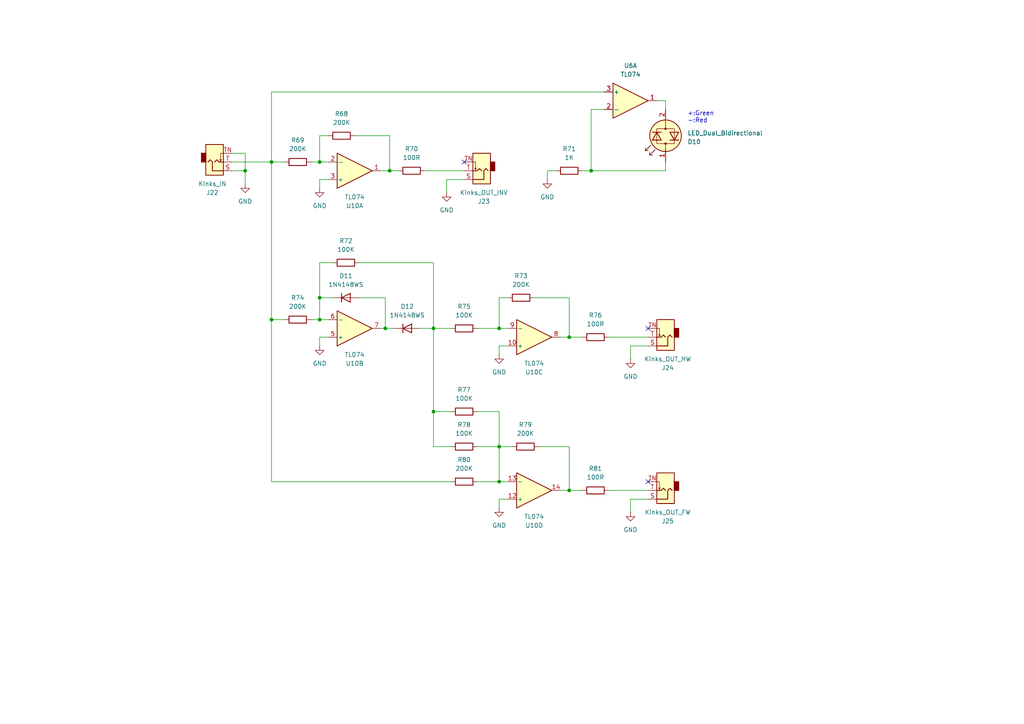
<source format=kicad_sch>
(kicad_sch (version 20250114) (generator "eeschema") (generator_version "9.0")
  (paper "A4")
  (title_block (title "HW/FW rectifiers") (date "2025-03-23") (rev "1.0") (company "StudioKAT"))
  (lib_symbols
    (symbol "Amplifier_Operational:TL074" (pin_names (offset 0.127))
      (property "Reference" "U" (at 0 5.08 0))
      (property "Value" "TL074" (at 0 -5.08 0))
      (symbol "TL074_1_1"
        (polyline (pts (xy -5.08 5.08) (xy 5.08 0) (xy -5.08 -5.08) (xy -5.08 5.08)) (stroke (width 0.254)) (fill (type background)))
        (pin input line (at -7.62 2.54 0) (length 2.54) (name "+") (number "3"))
        (pin input line (at -7.62 -2.54 0) (length 2.54) (name "-") (number "2"))
        (pin output line (at 7.62 0 180) (length 2.54) (name "~") (number "1"))
      )
      (symbol "TL074_2_1"
        (polyline (pts (xy -5.08 5.08) (xy 5.08 0) (xy -5.08 -5.08) (xy -5.08 5.08)) (stroke (width 0.254)) (fill (type background)))
        (pin input line (at -7.62 2.54 0) (length 2.54) (name "+") (number "5"))
        (pin input line (at -7.62 -2.54 0) (length 2.54) (name "-") (number "6"))
        (pin output line (at 7.62 0 180) (length 2.54) (name "~") (number "7"))
      )
      (symbol "TL074_3_1"
        (polyline (pts (xy -5.08 5.08) (xy 5.08 0) (xy -5.08 -5.08) (xy -5.08 5.08)) (stroke (width 0.254)) (fill (type background)))
        (pin input line (at -7.62 2.54 0) (length 2.54) (name "+") (number "10"))
        (pin input line (at -7.62 -2.54 0) (length 2.54) (name "-") (number "9"))
        (pin output line (at 7.62 0 180) (length 2.54) (name "~") (number "8"))
      )
      (symbol "TL074_4_1"
        (polyline (pts (xy -5.08 5.08) (xy 5.08 0) (xy -5.08 -5.08) (xy -5.08 5.08)) (stroke (width 0.254)) (fill (type background)))
        (pin input line (at -7.62 2.54 0) (length 2.54) (name "+") (number "12"))
        (pin input line (at -7.62 -2.54 0) (length 2.54) (name "-") (number "13"))
        (pin output line (at 7.62 0 180) (length 2.54) (name "~") (number "14"))
      )
      (symbol "TL074_5_1"
        (pin power_in line (at -2.54 7.62 270) (length 3.81) (name "V+") (number "4"))
        (pin power_in line (at -2.54 -7.62 90) (length 3.81) (name "V-") (number "11"))
      )
    )
    (symbol "Connector_Audio:AudioJack2_SwitchT"
      (property "Reference" "J" (at 0 8.89 0))
      (property "Value" "AudioJack2_SwitchT" (at 0 6.35 0))
      (symbol "AudioJack2_SwitchT_0_1"
        (rectangle (start -2.54 0) (end -3.81 -2.54) (stroke (width 0.254)) (fill (type outline)))
        (polyline (pts (xy 0 0) (xy 0.635 -0.635) (xy 1.27 0) (xy 2.54 0)) (stroke (width 0.254)))
        (polyline (pts (xy 1.778 -0.254) (xy 2.032 -0.762)))
        (rectangle (start 2.54 3.81) (end -2.54 -5.08) (stroke (width 0.254)) (fill (type background)))
        (polyline (pts (xy 2.54 2.54) (xy -0.635 2.54) (xy -0.635 0) (xy -1.27 -0.635) (xy -1.905 0)) (stroke (width 0.254)))
        (polyline (pts (xy 2.54 -2.54) (xy 1.778 -2.54) (xy 1.778 -0.254) (xy 1.524 -0.762)))
      )
      (symbol "AudioJack2_SwitchT_1_1"
        (pin passive line (at 5.08 2.54 180) (length 2.54) (name "~") (number "S"))
        (pin passive line (at 5.08 0 180) (length 2.54) (name "~") (number "T"))
        (pin passive line (at 5.08 -2.54 180) (length 2.54) (name "~") (number "TN"))
      )
    )
    (symbol "Device:LED_Dual_Bidirectional" (pin_names (offset 0) (hide yes))
      (property "Reference" "D" (at 0 5.715 0))
      (property "Value" "LED_Dual_Bidirectional" (at 0 -6.35 0))
      (symbol "LED_Dual_Bidirectional_0_1"
        (polyline (pts (xy -4.572 0) (xy -2.54 0)))
        (circle (center -2.032 0) (radius 0.254) (fill (type outline)))
        (polyline (pts (xy -2.032 0) (xy -2.54 0)))
        (polyline (pts (xy -1.016 3.81) (xy -1.016 1.27)) (stroke (width 0.254)))
        (polyline (pts (xy -1.016 -1.27) (xy -1.016 -3.81) (xy 1.27 -2.54) (xy -1.016 -1.27)) (stroke (width 0.254)))
        (circle (center 0 0) (radius 4.572) (stroke (width 0.254)) (fill (type background)))
        (polyline (pts (xy 1.27 3.81) (xy 1.27 1.27) (xy -1.016 2.54) (xy 1.27 3.81)) (stroke (width 0.254)))
        (polyline (pts (xy 1.27 -1.27) (xy 1.27 -3.81)) (stroke (width 0.254)))
        (polyline (pts (xy 2.286 2.54) (xy -2.032 2.54) (xy -2.032 -2.54) (xy 2.286 -2.54) (xy 2.286 2.54)))
        (circle (center 2.286 0) (radius 0.254) (fill (type outline)))
        (polyline (pts (xy 2.794 4.318) (xy 4.318 5.842) (xy 3.556 5.842)) (stroke (width 0.2032)))
        (polyline (pts (xy 4.064 3.048) (xy 5.588 4.572) (xy 4.826 4.572)) (stroke (width 0.2032)))
        (polyline (pts (xy 4.064 0) (xy 2.286 0)) (fill (type outline)))
        (polyline (pts (xy 4.318 5.842) (xy 4.318 5.08)) (stroke (width 0.2032)))
        (polyline (pts (xy 5.588 4.572) (xy 5.588 3.81)) (stroke (width 0.2032)))
      )
      (symbol "LED_Dual_Bidirectional_1_1"
        (pin input line (at -7.62 0 0) (length 3.048) (name "AK") (number "2"))
        (pin input line (at 7.62 0 180) (length 3.81) (name "KA") (number "1"))
      )
    )
    (symbol "Device:R" (pin_numbers (hide yes)) (pin_names (offset 0))
      (property "Reference" "R" (at 2.032 0 90))
      (property "Value" "R" (at 0 0 90))
      (symbol "R_0_1"
        (rectangle (start -1.016 -2.54) (end 1.016 2.54) (stroke (width 0.254)))
      )
      (symbol "R_1_1"
        (pin passive line (at 0 3.81 270) (length 1.27) (name "~") (number "1"))
        (pin passive line (at 0 -3.81 90) (length 1.27) (name "~") (number "2"))
      )
    )
    (symbol "Diode:1N4148WS" (pin_numbers (hide yes)) (pin_names (hide yes))
      (property "Reference" "D" (at 0 2.54 0))
      (property "Value" "1N4148WS" (at 0 -2.54 0))
      (symbol "1N4148WS_0_1"
        (polyline (pts (xy -1.27 1.27) (xy -1.27 -1.27)) (stroke (width 0.254)))
        (polyline (pts (xy 1.27 1.27) (xy 1.27 -1.27) (xy -1.27 0) (xy 1.27 1.27)) (stroke (width 0.254)))
        (polyline (pts (xy 1.27 0) (xy -1.27 0)))
      )
      (symbol "1N4148WS_1_1"
        (pin passive line (at -3.81 0 0) (length 2.54) (name "K") (number "1"))
        (pin passive line (at 3.81 0 180) (length 2.54) (name "A") (number "2"))
      )
    )
    (symbol "power:GND" (power) (pin_numbers (hide yes)) (pin_names (offset 0) (hide yes))
      (property "Value" "GND" (at 0 -3.81 0))
      (symbol "GND_0_1"
        (polyline (pts (xy 0 0) (xy 0 -1.27) (xy 1.27 -1.27) (xy 0 -2.54) (xy -1.27 -1.27) (xy 0 -1.27)))
      )
      (symbol "GND_1_1"
        (pin power_in line (at 0 0 270) (length 0) (name "~") (number "1"))
      )
    )
  )
  (text "+:Green\n-:Red" (at 199.39 34.036 0) (effects (font (size 1.27 1.27)) (justify left)))
  (junction (at 144.78 139.7))
  (junction (at 144.78 129.54))
  (junction (at 125.73 95.25))
  (junction (at 171.45 49.53))
  (junction (at 92.71 86.36))
  (junction (at 165.1 97.79))
  (junction (at 165.1 142.24))
  (junction (at 92.71 92.71))
  (junction (at 144.78 95.25))
  (junction (at 125.73 119.38))
  (junction (at 78.74 92.71))
  (junction (at 78.74 46.99))
  (junction (at 92.71 46.99))
  (junction (at 111.76 95.25))
  (junction (at 71.12 49.53))
  (junction (at 113.03 49.53))
  (no_connect (at 134.62 46.99))
  (no_connect (at 187.96 139.7))
  (no_connect (at 187.96 95.25))
  (wire (pts (xy 67.31 44.45) (xy 71.12 44.45)))
  (wire (pts (xy 125.73 95.25) (xy 130.81 95.25)))
  (wire (pts (xy 148.59 129.54) (xy 144.78 129.54)))
  (wire (pts (xy 165.1 142.24) (xy 168.91 142.24)))
  (wire (pts (xy 144.78 139.7) (xy 147.32 139.7)))
  (wire (pts (xy 67.31 49.53) (xy 71.12 49.53)))
  (wire (pts (xy 158.75 49.53) (xy 158.75 52.07)))
  (wire (pts (xy 193.04 49.53) (xy 193.04 46.99)))
  (wire (pts (xy 113.03 49.53) (xy 115.57 49.53)))
  (wire (pts (xy 125.73 76.2) (xy 125.73 95.25)))
  (wire (pts (xy 176.53 142.24) (xy 187.96 142.24)))
  (wire (pts (xy 138.43 129.54) (xy 144.78 129.54)))
  (wire (pts (xy 90.17 92.71) (xy 92.71 92.71)))
  (wire (pts (xy 111.76 95.25) (xy 114.3 95.25)))
  (wire (pts (xy 138.43 95.25) (xy 144.78 95.25)))
  (wire (pts (xy 92.71 46.99) (xy 95.25 46.99)))
  (wire (pts (xy 95.25 52.07) (xy 92.71 52.07)))
  (wire (pts (xy 171.45 31.75) (xy 171.45 49.53)))
  (wire (pts (xy 147.32 144.78) (xy 144.78 144.78)))
  (wire (pts (xy 187.96 144.78) (xy 182.88 144.78)))
  (wire (pts (xy 144.78 129.54) (xy 144.78 139.7)))
  (wire (pts (xy 110.49 95.25) (xy 111.76 95.25)))
  (wire (pts (xy 130.81 119.38) (xy 125.73 119.38)))
  (wire (pts (xy 125.73 95.25) (xy 121.92 95.25)))
  (wire (pts (xy 113.03 49.53) (xy 110.49 49.53)))
  (wire (pts (xy 95.25 97.79) (xy 92.71 97.79)))
  (wire (pts (xy 165.1 86.36) (xy 165.1 97.79)))
  (wire (pts (xy 161.29 49.53) (xy 158.75 49.53)))
  (wire (pts (xy 92.71 86.36) (xy 92.71 92.71)))
  (wire (pts (xy 144.78 95.25) (xy 147.32 95.25)))
  (wire (pts (xy 154.94 86.36) (xy 165.1 86.36)))
  (wire (pts (xy 67.31 46.99) (xy 78.74 46.99)))
  (wire (pts (xy 165.1 129.54) (xy 165.1 142.24)))
  (wire (pts (xy 71.12 44.45) (xy 71.12 49.53)))
  (wire (pts (xy 193.04 29.21) (xy 193.04 31.75)))
  (wire (pts (xy 78.74 46.99) (xy 82.55 46.99)))
  (wire (pts (xy 102.87 39.37) (xy 113.03 39.37)))
  (wire (pts (xy 147.32 86.36) (xy 144.78 86.36)))
  (wire (pts (xy 92.71 97.79) (xy 92.71 100.33)))
  (wire (pts (xy 95.25 39.37) (xy 92.71 39.37)))
  (wire (pts (xy 92.71 76.2) (xy 92.71 86.36)))
  (wire (pts (xy 134.62 52.07) (xy 129.54 52.07)))
  (wire (pts (xy 190.5 29.21) (xy 193.04 29.21)))
  (wire (pts (xy 71.12 49.53) (xy 71.12 53.34)))
  (wire (pts (xy 113.03 39.37) (xy 113.03 49.53)))
  (wire (pts (xy 78.74 26.67) (xy 78.74 46.99)))
  (wire (pts (xy 96.52 76.2) (xy 92.71 76.2)))
  (wire (pts (xy 144.78 119.38) (xy 144.78 129.54)))
  (wire (pts (xy 92.71 52.07) (xy 92.71 54.61)))
  (wire (pts (xy 171.45 31.75) (xy 175.26 31.75)))
  (wire (pts (xy 82.55 92.71) (xy 78.74 92.71)))
  (wire (pts (xy 144.78 100.33) (xy 144.78 102.87)))
  (wire (pts (xy 182.88 100.33) (xy 182.88 104.14)))
  (wire (pts (xy 156.21 129.54) (xy 165.1 129.54)))
  (wire (pts (xy 92.71 92.71) (xy 95.25 92.71)))
  (wire (pts (xy 123.19 49.53) (xy 134.62 49.53)))
  (wire (pts (xy 129.54 52.07) (xy 129.54 55.88)))
  (wire (pts (xy 165.1 97.79) (xy 168.91 97.79)))
  (wire (pts (xy 138.43 119.38) (xy 144.78 119.38)))
  (wire (pts (xy 171.45 49.53) (xy 193.04 49.53)))
  (wire (pts (xy 187.96 100.33) (xy 182.88 100.33)))
  (wire (pts (xy 147.32 100.33) (xy 144.78 100.33)))
  (wire (pts (xy 130.81 129.54) (xy 125.73 129.54)))
  (wire (pts (xy 111.76 86.36) (xy 111.76 95.25)))
  (wire (pts (xy 104.14 76.2) (xy 125.73 76.2)))
  (wire (pts (xy 78.74 139.7) (xy 78.74 92.71)))
  (wire (pts (xy 125.73 129.54) (xy 125.73 119.38)))
  (wire (pts (xy 165.1 142.24) (xy 162.56 142.24)))
  (wire (pts (xy 144.78 86.36) (xy 144.78 95.25)))
  (wire (pts (xy 165.1 97.79) (xy 162.56 97.79)))
  (wire (pts (xy 92.71 39.37) (xy 92.71 46.99)))
  (wire (pts (xy 130.81 139.7) (xy 78.74 139.7)))
  (wire (pts (xy 182.88 144.78) (xy 182.88 148.59)))
  (wire (pts (xy 138.43 139.7) (xy 144.78 139.7)))
  (wire (pts (xy 104.14 86.36) (xy 111.76 86.36)))
  (wire (pts (xy 78.74 92.71) (xy 78.74 46.99)))
  (wire (pts (xy 125.73 119.38) (xy 125.73 95.25)))
  (wire (pts (xy 144.78 144.78) (xy 144.78 147.32)))
  (wire (pts (xy 96.52 86.36) (xy 92.71 86.36)))
  (wire (pts (xy 175.26 26.67) (xy 78.74 26.67)))
  (wire (pts (xy 176.53 97.79) (xy 187.96 97.79)))
  (wire (pts (xy 168.91 49.53) (xy 171.45 49.53)))
  (wire (pts (xy 90.17 46.99) (xy 92.71 46.99)))
  (symbol (lib_id "power:GND") (at 92.71 54.61 0) (unit 1)
    (property "Reference" "#PWR068" (effects (hide yes)))
    (property "Value" "GND" (at 92.71 59.69 0))
    (property "Description" "Power symbol creates a global label with name \"GND\" , ground" (effects (hide yes)))
  )
  (symbol (lib_id "Diode:1N4148WS") (at 100.33 86.36 0) (unit 1)
    (property "Reference" "D11" (at 100.33 80.01 0))
    (property "Value" "1N4148WS" (at 100.33 82.55 0))
    (property "Footprint" "Diode_SMD:D_SOD-323" (effects (hide yes)))
    (property "Datasheet" "https://www.vishay.com/docs/85751/1n4148ws.pdf" (effects (hide yes)))
    (property "Description" "75V 0.15A Fast switching Diode, SOD-323" (effects (hide yes)))
    (property "Sim.Device" "D" (effects (hide yes)))
    (property "Sim.Pins" "1=K 2=A" (effects (hide yes)))
    (property "LCSC" "C2128" (effects (hide yes)))
  )
  (symbol (lib_id "power:GND") (at 144.78 102.87 0) (unit 1)
    (property "Reference" "#PWR071" (effects (hide yes)))
    (property "Value" "GND" (at 144.78 107.95 0))
    (property "Description" "Power symbol creates a global label with name \"GND\" , ground" (effects (hide yes)))
  )
  (symbol (lib_id "Device:R") (at 152.4 129.54 90) (unit 1)
    (property "Reference" "R79" (at 152.4 123.19 90))
    (property "Value" "200K" (at 152.4 125.73 90))
    (property "Footprint" "Resistor_SMD:R_0402_1005Metric" (effects (hide yes)))
    (property "Description" "Resistor" (effects (hide yes)))
    (property "LCSC" "C25764" (effects (hide yes)))
  )
  (symbol (lib_id "Device:R") (at 172.72 142.24 90) (unit 1)
    (property "Reference" "R81" (at 172.72 135.89 90))
    (property "Value" "100R" (at 172.72 138.43 90))
    (property "Footprint" "Resistor_SMD:R_0402_1005Metric" (effects (hide yes)))
    (property "Description" "Resistor" (effects (hide yes)))
    (property "LCSC" "C25076" (effects (hide yes)))
  )
  (symbol (lib_id "Device:R") (at 86.36 92.71 90) (unit 1)
    (property "Reference" "R74" (at 86.36 86.36 90))
    (property "Value" "200K" (at 86.36 88.9 90))
    (property "Footprint" "Resistor_SMD:R_0402_1005Metric" (effects (hide yes)))
    (property "Description" "Resistor" (effects (hide yes)))
    (property "LCSC" "C25764" (effects (hide yes)))
  )
  (symbol (lib_id "Diode:1N4148WS") (at 118.11 95.25 0) (unit 1)
    (property "Reference" "D12" (at 118.11 88.9 0))
    (property "Value" "1N4148WS" (at 118.11 91.44 0))
    (property "Footprint" "Diode_SMD:D_SOD-323" (effects (hide yes)))
    (property "Datasheet" "https://www.vishay.com/docs/85751/1n4148ws.pdf" (effects (hide yes)))
    (property "Description" "75V 0.15A Fast switching Diode, SOD-323" (effects (hide yes)))
    (property "Sim.Device" "D" (effects (hide yes)))
    (property "Sim.Pins" "1=K 2=A" (effects (hide yes)))
    (property "LCSC" "C2128" (effects (hide yes)))
  )
  (symbol (lib_id "Amplifier_Operational:TL074") (at 154.94 97.79 0) (mirror x) (unit 3)
    (property "Reference" "U10" (at 154.94 107.95 0))
    (property "Value" "TL074" (at 154.94 105.41 0))
    (property "Footprint" "Package_SO:TSSOP-14_4.4x5mm_P0.65mm" (effects (hide yes)))
    (property "Datasheet" "http://www.ti.com/lit/ds/symlink/tl071.pdf" (effects (hide yes)))
    (property "Description" "Quad Low-Noise JFET-Input Operational Amplifiers, DIP-14/SOIC-14" (effects (hide yes)))
    (property "LCSC" "C4370424" (effects (hide yes)))
  )
  (symbol (lib_id "Amplifier_Operational:TL074") (at 154.94 142.24 0) (mirror x) (unit 4)
    (property "Reference" "U10" (at 154.94 152.4 0))
    (property "Value" "TL074" (at 154.94 149.86 0))
    (property "Footprint" "Package_SO:TSSOP-14_4.4x5mm_P0.65mm" (effects (hide yes)))
    (property "Datasheet" "http://www.ti.com/lit/ds/symlink/tl071.pdf" (effects (hide yes)))
    (property "Description" "Quad Low-Noise JFET-Input Operational Amplifiers, DIP-14/SOIC-14" (effects (hide yes)))
    (property "LCSC" "C4370424" (effects (hide yes)))
  )
  (symbol (lib_id "Amplifier_Operational:TL074") (at 102.87 49.53 0) (mirror x) (unit 1)
    (property "Reference" "U10" (at 102.87 59.69 0))
    (property "Value" "TL074" (at 102.87 57.15 0))
    (property "Footprint" "Package_SO:TSSOP-14_4.4x5mm_P0.65mm" (effects (hide yes)))
    (property "Datasheet" "http://www.ti.com/lit/ds/symlink/tl071.pdf" (effects (hide yes)))
    (property "Description" "Quad Low-Noise JFET-Input Operational Amplifiers, DIP-14/SOIC-14" (effects (hide yes)))
    (property "LCSC" "C4370424" (effects (hide yes)))
  )
  (symbol (lib_id "Amplifier_Operational:TL074") (at 102.87 95.25 0) (mirror x) (unit 2)
    (property "Reference" "U10" (at 102.87 105.41 0))
    (property "Value" "TL074" (at 102.87 102.87 0))
    (property "Footprint" "Package_SO:TSSOP-14_4.4x5mm_P0.65mm" (effects (hide yes)))
    (property "Datasheet" "http://www.ti.com/lit/ds/symlink/tl071.pdf" (effects (hide yes)))
    (property "Description" "Quad Low-Noise JFET-Input Operational Amplifiers, DIP-14/SOIC-14" (effects (hide yes)))
    (property "LCSC" "C4370424" (effects (hide yes)))
  )
  (symbol (lib_id "Device:R") (at 134.62 119.38 90) (unit 1)
    (property "Reference" "R77" (at 134.62 113.03 90))
    (property "Value" "100K" (at 134.62 115.57 90))
    (property "Footprint" "Resistor_SMD:R_0402_1005Metric" (effects (hide yes)))
    (property "Description" "Resistor" (effects (hide yes)))
    (property "LCSC" "C25741" (effects (hide yes)))
  )
  (symbol (lib_id "Device:R") (at 151.13 86.36 90) (unit 1)
    (property "Reference" "R73" (at 151.13 80.01 90))
    (property "Value" "200K" (at 151.13 82.55 90))
    (property "Footprint" "Resistor_SMD:R_0402_1005Metric" (effects (hide yes)))
    (property "Description" "Resistor" (effects (hide yes)))
    (property "LCSC" "C25764" (effects (hide yes)))
  )
  (symbol (lib_id "Device:R") (at 100.33 76.2 90) (unit 1)
    (property "Reference" "R72" (at 100.33 69.85 90))
    (property "Value" "100K" (at 100.33 72.39 90))
    (property "Footprint" "Resistor_SMD:R_0402_1005Metric" (effects (hide yes)))
    (property "Description" "Resistor" (effects (hide yes)))
    (property "LCSC" "C25741" (effects (hide yes)))
  )
  (symbol (lib_id "Device:R") (at 172.72 97.79 90) (unit 1)
    (property "Reference" "R76" (at 172.72 91.44 90))
    (property "Value" "100R" (at 172.72 93.98 90))
    (property "Footprint" "Resistor_SMD:R_0402_1005Metric" (effects (hide yes)))
    (property "Description" "Resistor" (effects (hide yes)))
    (property "LCSC" "C25076" (effects (hide yes)))
  )
  (symbol (lib_id "Device:R") (at 134.62 95.25 90) (unit 1)
    (property "Reference" "R75" (at 134.62 88.9 90))
    (property "Value" "100K" (at 134.62 91.44 90))
    (property "Footprint" "Resistor_SMD:R_0402_1005Metric" (effects (hide yes)))
    (property "Description" "Resistor" (effects (hide yes)))
    (property "LCSC" "C25741" (effects (hide yes)))
  )
  (symbol (lib_id "power:GND") (at 182.88 148.59 0) (unit 1)
    (property "Reference" "#PWR074" (effects (hide yes)))
    (property "Value" "GND" (at 182.88 153.67 0))
    (property "Description" "Power symbol creates a global label with name \"GND\" , ground" (effects (hide yes)))
  )
  (symbol (lib_id "Device:R") (at 165.1 49.53 90) (unit 1)
    (property "Reference" "R71" (at 165.1 43.18 90))
    (property "Value" "1K" (at 165.1 45.72 90))
    (property "Footprint" "Resistor_SMD:R_0402_1005Metric" (effects (hide yes)))
    (property "Description" "Resistor" (effects (hide yes)))
    (property "LCSC" "C11702" (effects (hide yes)))
  )
  (symbol (lib_id "Amplifier_Operational:TL074") (at 182.88 29.21 0) (unit 1)
    (property "Reference" "U6" (at 182.88 19.05 0))
    (property "Value" "TL074" (at 182.88 21.59 0))
    (property "Footprint" "Package_SO:TSSOP-14_4.4x5mm_P0.65mm" (effects (hide yes)))
    (property "Datasheet" "http://www.ti.com/lit/ds/symlink/tl071.pdf" (effects (hide yes)))
    (property "Description" "Quad Low-Noise JFET-Input Operational Amplifiers, DIP-14/SOIC-14" (effects (hide yes)))
    (property "LCSC" "C4370424" (effects (hide yes)))
  )
  (symbol (lib_id "Device:R") (at 134.62 139.7 90) (unit 1)
    (property "Reference" "R80" (at 134.62 133.35 90))
    (property "Value" "200K" (at 134.62 135.89 90))
    (property "Footprint" "Resistor_SMD:R_0402_1005Metric" (effects (hide yes)))
    (property "Description" "Resistor" (effects (hide yes)))
    (property "LCSC" "C25764" (effects (hide yes)))
  )
  (symbol (lib_id "Connector_Audio:AudioJack2_SwitchT") (at 193.04 142.24 180) (unit 1)
    (property "Reference" "J25" (at 193.675 151.13 0))
    (property "Value" "Kinks_OUT_FW" (at 193.675 148.59 0))
    (property "Footprint" "kat_eurorack:AudioJack_PJ301M-12" (effects (hide yes)))
    (property "Description" "Audio Jack, 2 Poles (Mono / TS), Switched T Pole (Normalling)" (effects (hide yes)))
  )
  (symbol (lib_id "Device:R") (at 119.38 49.53 90) (unit 1)
    (property "Reference" "R70" (at 119.38 43.18 90))
    (property "Value" "100R" (at 119.38 45.72 90))
    (property "Footprint" "Resistor_SMD:R_0402_1005Metric" (effects (hide yes)))
    (property "Description" "Resistor" (effects (hide yes)))
    (property "LCSC" "C25076" (effects (hide yes)))
  )
  (symbol (lib_id "power:GND") (at 129.54 55.88 0) (unit 1)
    (property "Reference" "#PWR069" (effects (hide yes)))
    (property "Value" "GND" (at 129.54 60.96 0))
    (property "Description" "Power symbol creates a global label with name \"GND\" , ground" (effects (hide yes)))
  )
  (symbol (lib_id "Connector_Audio:AudioJack2_SwitchT") (at 62.23 46.99 0) (mirror x) (unit 1)
    (property "Reference" "J22" (at 61.595 55.88 0))
    (property "Value" "Kinks_IN" (at 61.595 53.34 0))
    (property "Footprint" "kat_eurorack:AudioJack_PJ301M-12" (effects (hide yes)))
    (property "Description" "Audio Jack, 2 Poles (Mono / TS), Switched T Pole (Normalling)" (effects (hide yes)))
  )
  (symbol (lib_id "Device:R") (at 99.06 39.37 90) (unit 1)
    (property "Reference" "R68" (at 99.06 33.02 90))
    (property "Value" "200K" (at 99.06 35.56 90))
    (property "Footprint" "Resistor_SMD:R_0402_1005Metric" (effects (hide yes)))
    (property "Description" "Resistor" (effects (hide yes)))
    (property "LCSC" "C25764" (effects (hide yes)))
  )
  (symbol (lib_id "power:GND") (at 71.12 53.34 0) (unit 1)
    (property "Reference" "#PWR067" (effects (hide yes)))
    (property "Value" "GND" (at 71.12 58.42 0))
    (property "Description" "Power symbol creates a global label with name \"GND\" , ground" (effects (hide yes)))
  )
  (symbol (lib_id "Connector_Audio:AudioJack2_SwitchT") (at 193.04 97.79 180) (unit 1)
    (property "Reference" "J24" (at 193.675 106.68 0))
    (property "Value" "Kinks_OUT_HW" (at 193.675 104.14 0))
    (property "Footprint" "kat_eurorack:AudioJack_PJ301M-12" (effects (hide yes)))
    (property "Description" "Audio Jack, 2 Poles (Mono / TS), Switched T Pole (Normalling)" (effects (hide yes)))
  )
  (symbol (lib_id "power:GND") (at 158.75 52.07 0) (unit 1)
    (property "Reference" "#PWR066" (effects (hide yes)))
    (property "Value" "GND" (at 158.75 57.15 0))
    (property "Description" "Power symbol creates a global label with name \"GND\" , ground" (effects (hide yes)))
  )
  (symbol (lib_id "power:GND") (at 92.71 100.33 0) (unit 1)
    (property "Reference" "#PWR070" (effects (hide yes)))
    (property "Value" "GND" (at 92.71 105.41 0))
    (property "Description" "Power symbol creates a global label with name \"GND\" , ground" (effects (hide yes)))
  )
  (symbol (lib_id "power:GND") (at 144.78 147.32 0) (unit 1)
    (property "Reference" "#PWR073" (effects (hide yes)))
    (property "Value" "GND" (at 144.78 152.4 0))
    (property "Description" "Power symbol creates a global label with name \"GND\" , ground" (effects (hide yes)))
  )
  (symbol (lib_id "Connector_Audio:AudioJack2_SwitchT") (at 139.7 49.53 180) (unit 1)
    (property "Reference" "J23" (at 140.335 58.42 0))
    (property "Value" "Kinks_OUT_INV" (at 140.335 55.88 0))
    (property "Footprint" "kat_eurorack:AudioJack_PJ301M-12" (effects (hide yes)))
    (property "Description" "Audio Jack, 2 Poles (Mono / TS), Switched T Pole (Normalling)" (effects (hide yes)))
  )
  (symbol (lib_id "power:GND") (at 182.88 104.14 0) (unit 1)
    (property "Reference" "#PWR072" (effects (hide yes)))
    (property "Value" "GND" (at 182.88 109.22 0))
    (property "Description" "Power symbol creates a global label with name \"GND\" , ground" (effects (hide yes)))
  )
  (symbol (lib_id "Device:LED_Dual_Bidirectional") (at 193.04 39.37 90) (mirror x) (unit 1)
    (property "Reference" "D10" (at 199.39 41.1354 90) (effects (justify right)))
    (property "Value" "LED_Dual_Bidirectional" (at 199.39 38.5954 90) (effects (justify right)))
    (property "Footprint" "LED_THT:LED_D3.0mm" (effects (hide yes)))
    (property "Description" "Dual LED, bidirectional" (effects (hide yes)))
  )
  (symbol (lib_id "Device:R") (at 86.36 46.99 90) (unit 1)
    (property "Reference" "R69" (at 86.36 40.64 90))
    (property "Value" "200K" (at 86.36 43.18 90))
    (property "Footprint" "Resistor_SMD:R_0402_1005Metric" (effects (hide yes)))
    (property "Description" "Resistor" (effects (hide yes)))
    (property "LCSC" "C25764" (effects (hide yes)))
  )
  (symbol (lib_id "Device:R") (at 134.62 129.54 90) (unit 1)
    (property "Reference" "R78" (at 134.62 123.19 90))
    (property "Value" "100K" (at 134.62 125.73 90))
    (property "Footprint" "Resistor_SMD:R_0402_1005Metric" (effects (hide yes)))
    (property "Description" "Resistor" (effects (hide yes)))
    (property "LCSC" "C25741" (effects (hide yes)))
  )
)
</source>
